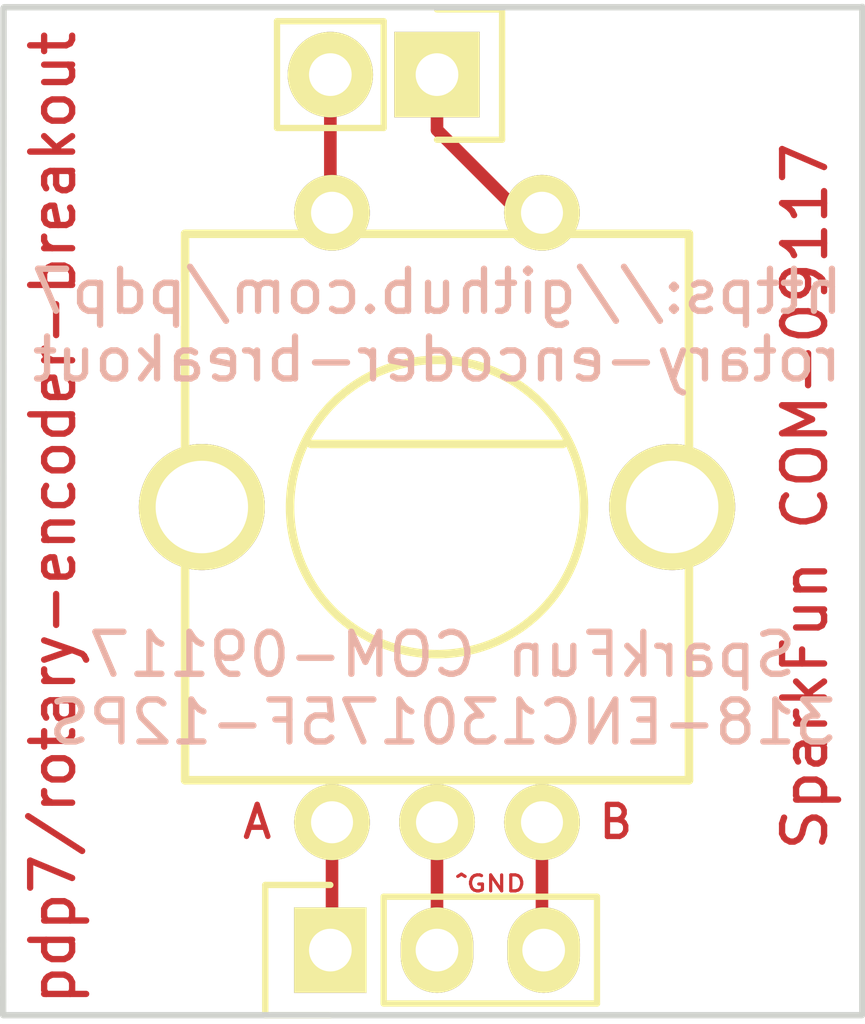
<source format=kicad_pcb>
(kicad_pcb (version 4) (host pcbnew 4.0.4-1.fc25-product)

  (general
    (links 5)
    (no_connects 0)
    (area 179.607999 88.819666 200.227001 119.714333)
    (thickness 1.6)
    (drawings 16)
    (tracks 11)
    (zones 0)
    (modules 3)
    (nets 6)
  )

  (page A4)
  (layers
    (0 F.Cu signal)
    (31 B.Cu signal)
    (32 B.Adhes user hide)
    (33 F.Adhes user hide)
    (34 B.Paste user hide)
    (35 F.Paste user hide)
    (36 B.SilkS user)
    (37 F.SilkS user)
    (38 B.Mask user)
    (39 F.Mask user)
    (40 Dwgs.User user hide)
    (41 Cmts.User user hide)
    (42 Eco1.User user hide)
    (43 Eco2.User user hide)
    (44 Edge.Cuts user)
    (45 Margin user hide)
    (46 B.CrtYd user hide)
    (47 F.CrtYd user hide)
    (48 B.Fab user hide)
    (49 F.Fab user hide)
  )

  (setup
    (last_trace_width 0.3)
    (trace_clearance 0.2)
    (zone_clearance 0.508)
    (zone_45_only no)
    (trace_min 0.2)
    (segment_width 0.2)
    (edge_width 0.15)
    (via_size 0.6)
    (via_drill 0.4)
    (via_min_size 0.4)
    (via_min_drill 0.3)
    (uvia_size 0.3)
    (uvia_drill 0.1)
    (uvias_allowed no)
    (uvia_min_size 0)
    (uvia_min_drill 0)
    (pcb_text_width 0.3)
    (pcb_text_size 1.5 1.5)
    (mod_edge_width 0.15)
    (mod_text_size 1 1)
    (mod_text_width 0.15)
    (pad_size 1.524 1.524)
    (pad_drill 0.762)
    (pad_to_mask_clearance 0.2)
    (aux_axis_origin 0 0)
    (grid_origin 186.11 112.58)
    (visible_elements FFFEFF7F)
    (pcbplotparams
      (layerselection 0x00030_80000001)
      (usegerberextensions false)
      (excludeedgelayer true)
      (linewidth 0.100000)
      (plotframeref false)
      (viasonmask false)
      (mode 1)
      (useauxorigin false)
      (hpglpennumber 1)
      (hpglpenspeed 20)
      (hpglpendiameter 15)
      (hpglpenoverlay 2)
      (psnegative false)
      (psa4output false)
      (plotreference true)
      (plotvalue true)
      (plotinvisibletext false)
      (padsonsilk false)
      (subtractmaskfromsilk false)
      (outputformat 1)
      (mirror false)
      (drillshape 1)
      (scaleselection 1)
      (outputdirectory ""))
  )

  (net 0 "")
  (net 1 "Net-(P4-Pad1)")
  (net 2 "Net-(P4-Pad2)")
  (net 3 "Net-(P5-Pad1)")
  (net 4 "Net-(P5-Pad2)")
  (net 5 "Net-(P5-Pad3)")

  (net_class Default "This is the default net class."
    (clearance 0.2)
    (trace_width 0.3)
    (via_dia 0.6)
    (via_drill 0.4)
    (uvia_dia 0.3)
    (uvia_drill 0.1)
    (add_net "Net-(P4-Pad1)")
    (add_net "Net-(P4-Pad2)")
    (add_net "Net-(P5-Pad1)")
    (add_net "Net-(P5-Pad2)")
    (add_net "Net-(P5-Pad3)")
  )

  (module sparkfun:SF-ROTARY-ENCODER (layer F.Cu) (tedit 58917B67) (tstamp 58917A02)
    (at 189.992 104.14)
    (path /589178C2)
    (fp_text reference ROT1 (at 0 9.5) (layer F.SilkS) hide
      (effects (font (size 0.762 0.762) (thickness 0.1524)))
    )
    (fp_text value ROTARY-ENCODER (at 0 0) (layer F.SilkS) hide
      (effects (font (size 0.762 0.762) (thickness 0.1524)))
    )
    (fp_line (start 3 -1.5) (end -3 -1.5) (layer F.SilkS) (width 0.2032))
    (fp_circle (center 0 0) (end 3.5 0) (layer F.SilkS) (width 0.2032))
    (fp_line (start 6 6.5) (end -6 6.5) (layer F.SilkS) (width 0.2032))
    (fp_line (start -6 6.5) (end -6 -6.5) (layer F.SilkS) (width 0.2032))
    (fp_line (start -6 -6.5) (end 6 -6.5) (layer F.SilkS) (width 0.2032))
    (fp_line (start 6 -6.5) (end 6 6.5) (layer F.SilkS) (width 0.2032))
    (pad 1 thru_hole circle (at -2.5 -7) (size 1.8 1.8) (drill 1) (layers *.Cu *.Mask F.SilkS)
      (net 2 "Net-(P4-Pad2)"))
    (pad 2 thru_hole circle (at -2.5 7.5) (size 1.8 1.8) (drill 1) (layers *.Cu *.Mask F.SilkS)
      (net 3 "Net-(P5-Pad1)"))
    (pad 3 thru_hole circle (at 0 7.5) (size 1.8 1.8) (drill 1) (layers *.Cu *.Mask F.SilkS)
      (net 4 "Net-(P5-Pad2)"))
    (pad 4 thru_hole circle (at 2.5 7.5) (size 1.8 1.8) (drill 1) (layers *.Cu *.Mask F.SilkS)
      (net 5 "Net-(P5-Pad3)"))
    (pad 5 thru_hole circle (at 2.5 -7) (size 1.8 1.8) (drill 1) (layers *.Cu *.Mask F.SilkS)
      (net 1 "Net-(P4-Pad1)"))
    (pad "" thru_hole circle (at 5.6 0) (size 3 3) (drill 2.2) (layers *.Cu *.Mask F.SilkS))
    (pad "" thru_hole circle (at -5.6 0) (size 3 3) (drill 2.2) (layers *.Cu *.Mask F.SilkS))
  )

  (module Pin_Headers:Pin_Header_Straight_1x02 (layer F.Cu) (tedit 587E811E) (tstamp 587E7A2D)
    (at 189.992 93.853 270)
    (descr "Through hole pin header")
    (tags "pin header")
    (path /587E7945)
    (fp_text reference P4 (at 0 -5.1 270) (layer F.SilkS) hide
      (effects (font (size 1 1) (thickness 0.15)))
    )
    (fp_text value CONN_01X02 (at 0 -3.1 270) (layer F.Fab)
      (effects (font (size 1 1) (thickness 0.15)))
    )
    (fp_line (start 1.27 1.27) (end 1.27 3.81) (layer F.SilkS) (width 0.15))
    (fp_line (start 1.55 -1.55) (end 1.55 0) (layer F.SilkS) (width 0.15))
    (fp_line (start -1.75 -1.75) (end -1.75 4.3) (layer F.CrtYd) (width 0.05))
    (fp_line (start 1.75 -1.75) (end 1.75 4.3) (layer F.CrtYd) (width 0.05))
    (fp_line (start -1.75 -1.75) (end 1.75 -1.75) (layer F.CrtYd) (width 0.05))
    (fp_line (start -1.75 4.3) (end 1.75 4.3) (layer F.CrtYd) (width 0.05))
    (fp_line (start 1.27 1.27) (end -1.27 1.27) (layer F.SilkS) (width 0.15))
    (fp_line (start -1.55 0) (end -1.55 -1.55) (layer F.SilkS) (width 0.15))
    (fp_line (start -1.55 -1.55) (end 1.55 -1.55) (layer F.SilkS) (width 0.15))
    (fp_line (start -1.27 1.27) (end -1.27 3.81) (layer F.SilkS) (width 0.15))
    (fp_line (start -1.27 3.81) (end 1.27 3.81) (layer F.SilkS) (width 0.15))
    (pad 1 thru_hole rect (at 0 0 270) (size 2.032 2.032) (drill 1.016) (layers *.Cu *.Mask F.SilkS)
      (net 1 "Net-(P4-Pad1)"))
    (pad 2 thru_hole oval (at 0 2.54 270) (size 2.032 2.032) (drill 1.016) (layers *.Cu *.Mask F.SilkS)
      (net 2 "Net-(P4-Pad2)"))
    (model Pin_Headers.3dshapes/Pin_Header_Straight_1x02.wrl
      (at (xyz 0 -0.05 0))
      (scale (xyz 1 1 1))
      (rotate (xyz 0 0 90))
    )
  )

  (module Pin_Headers:Pin_Header_Straight_1x03 (layer F.Cu) (tedit 587E8123) (tstamp 587E7A34)
    (at 187.452 114.681 90)
    (descr "Through hole pin header")
    (tags "pin header")
    (path /587E787E)
    (fp_text reference P5 (at 0 -5.1 90) (layer F.SilkS) hide
      (effects (font (size 1 1) (thickness 0.15)))
    )
    (fp_text value CONN_01X03 (at 0 -3.1 90) (layer F.Fab)
      (effects (font (size 1 1) (thickness 0.15)))
    )
    (fp_line (start -1.75 -1.75) (end -1.75 6.85) (layer F.CrtYd) (width 0.05))
    (fp_line (start 1.75 -1.75) (end 1.75 6.85) (layer F.CrtYd) (width 0.05))
    (fp_line (start -1.75 -1.75) (end 1.75 -1.75) (layer F.CrtYd) (width 0.05))
    (fp_line (start -1.75 6.85) (end 1.75 6.85) (layer F.CrtYd) (width 0.05))
    (fp_line (start -1.27 1.27) (end -1.27 6.35) (layer F.SilkS) (width 0.15))
    (fp_line (start -1.27 6.35) (end 1.27 6.35) (layer F.SilkS) (width 0.15))
    (fp_line (start 1.27 6.35) (end 1.27 1.27) (layer F.SilkS) (width 0.15))
    (fp_line (start 1.55 -1.55) (end 1.55 0) (layer F.SilkS) (width 0.15))
    (fp_line (start 1.27 1.27) (end -1.27 1.27) (layer F.SilkS) (width 0.15))
    (fp_line (start -1.55 0) (end -1.55 -1.55) (layer F.SilkS) (width 0.15))
    (fp_line (start -1.55 -1.55) (end 1.55 -1.55) (layer F.SilkS) (width 0.15))
    (pad 1 thru_hole rect (at 0 0 90) (size 2.032 1.7272) (drill 1.016) (layers *.Cu *.Mask F.SilkS)
      (net 3 "Net-(P5-Pad1)"))
    (pad 2 thru_hole oval (at 0 2.54 90) (size 2.032 1.7272) (drill 1.016) (layers *.Cu *.Mask F.SilkS)
      (net 4 "Net-(P5-Pad2)"))
    (pad 3 thru_hole oval (at 0 5.08 90) (size 2.032 1.7272) (drill 1.016) (layers *.Cu *.Mask F.SilkS)
      (net 5 "Net-(P5-Pad3)"))
    (model Pin_Headers.3dshapes/Pin_Header_Straight_1x03.wrl
      (at (xyz 0 -0.1 0))
      (scale (xyz 1 1 1))
      (rotate (xyz 0 0 90))
    )
  )

  (gr_text ^GND (at 191.27 113.1) (layer F.Mask) (tstamp 58917D39)
    (effects (font (size 0.381 0.4572) (thickness 0.0762)))
  )
  (gr_text ^GND (at 191.27 113.1) (layer F.Cu)
    (effects (font (size 0.381 0.4572) (thickness 0.0762)))
  )
  (gr_text B (at 194.25 111.63) (layer F.Cu) (tstamp 58917CC2)
    (effects (font (size 0.762 0.762) (thickness 0.127)))
  )
  (gr_text B (at 194.25 111.63) (layer F.Mask) (tstamp 58917C10)
    (effects (font (size 0.762 0.762) (thickness 0.127)))
  )
  (gr_text "A\n" (at 185.71 111.63) (layer F.Mask) (tstamp 58917BC2)
    (effects (font (size 0.762 0.762) (thickness 0.127)))
  )
  (gr_text "A\n" (at 185.71 111.63) (layer F.Cu)
    (effects (font (size 0.762 0.762) (thickness 0.127)))
  )
  (gr_text "https://github.com/pdp7\nrotary-encoder-breakout\n" (at 189.992 99.822) (layer B.SilkS)
    (effects (font (size 1 1) (thickness 0.15)) (justify mirror))
  )
  (gr_text "SparkFun COM-09117\n318-ENC130175F-12PS" (at 190.119 108.458) (layer B.SilkS)
    (effects (font (size 1 1) (thickness 0.15)) (justify mirror))
  )
  (gr_line (start 179.66 116.21) (end 179.67 92.27) (angle 90) (layer Edge.Cuts) (width 0.15))
  (gr_line (start 200.11 116.23) (end 179.663 116.23) (angle 90) (layer Edge.Cuts) (width 0.15))
  (gr_line (start 200.12 92.24) (end 200.12 116.2) (angle 90) (layer Edge.Cuts) (width 0.15))
  (gr_line (start 179.683 92.25) (end 200.13 92.25) (angle 90) (layer Edge.Cuts) (width 0.15))
  (gr_text "SparkFun COM-09117\n" (at 198.755 103.886 90) (layer F.Mask)
    (effects (font (size 1 1) (thickness 0.15)))
  )
  (gr_text "SparkFun COM-09117\n" (at 198.755 103.886 90) (layer F.Cu)
    (effects (font (size 1 1) (thickness 0.15)))
  )
  (gr_text "pdp7/rotary-encoder-breakout\n" (at 180.848 104.394 90) (layer F.Mask)
    (effects (font (size 1 0.9652) (thickness 0.15)))
  )
  (gr_text "pdp7/rotary-encoder-breakout\n" (at 180.848 104.394 90) (layer F.Cu)
    (effects (font (size 1 0.9652) (thickness 0.15)))
  )

  (segment (start 189.992 93.853) (end 189.992 95.169) (width 0.3) (layer F.Cu) (net 1))
  (segment (start 189.992 95.169) (end 191.963 97.14) (width 0.3) (layer F.Cu) (net 1))
  (segment (start 191.963 97.14) (end 192.492 97.14) (width 0.3) (layer F.Cu) (net 1))
  (segment (start 187.452 93.853) (end 187.452 97.1) (width 0.3) (layer F.Cu) (net 2))
  (segment (start 187.452 97.1) (end 187.492 97.14) (width 0.3) (layer F.Cu) (net 2))
  (segment (start 187.492 111.64) (end 187.492 114.641) (width 0.3) (layer F.Cu) (net 3))
  (segment (start 187.492 114.641) (end 187.452 114.681) (width 0.3) (layer F.Cu) (net 3))
  (segment (start 189.992 111.64) (end 189.992 114.681) (width 0.3) (layer F.Cu) (net 4))
  (segment (start 192.492 111.64) (end 192.492 114.641) (width 0.3) (layer F.Cu) (net 5))
  (segment (start 192.492 114.641) (end 192.532 114.681) (width 0.3) (layer F.Cu) (net 5))
  (segment (start 192.532 114.681) (end 192.532 114.046) (width 0.3) (layer B.Cu) (net 5) (status 80000))

)

</source>
